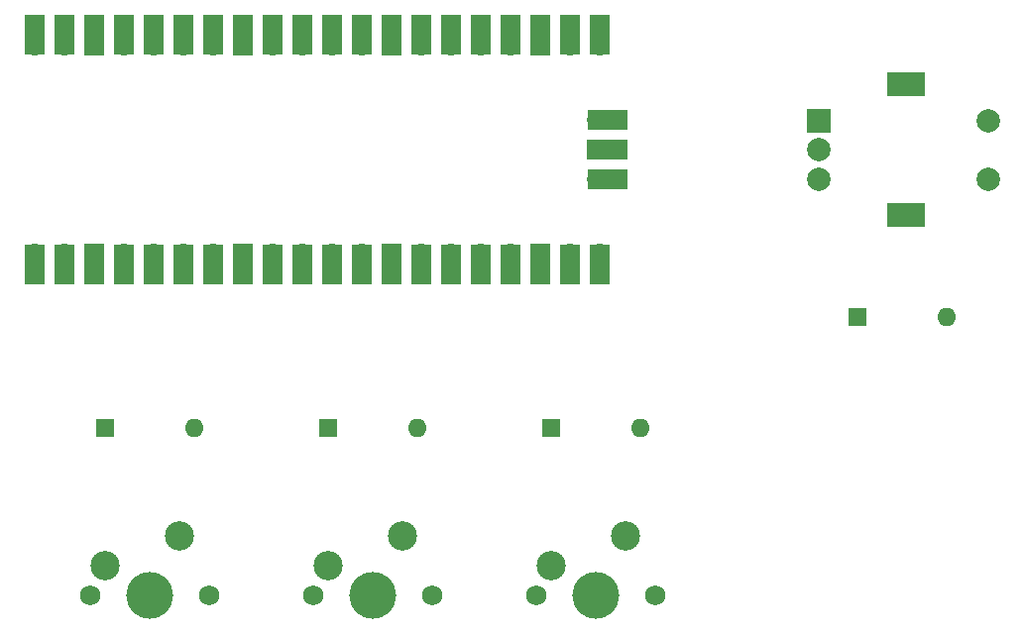
<source format=gbr>
%TF.GenerationSoftware,KiCad,Pcbnew,7.0.9*%
%TF.CreationDate,2024-01-23T15:09:08+05:30*%
%TF.ProjectId,3 Keypad,33204b65-7970-4616-942e-6b696361645f,rev?*%
%TF.SameCoordinates,Original*%
%TF.FileFunction,Soldermask,Top*%
%TF.FilePolarity,Negative*%
%FSLAX46Y46*%
G04 Gerber Fmt 4.6, Leading zero omitted, Abs format (unit mm)*
G04 Created by KiCad (PCBNEW 7.0.9) date 2024-01-23 15:09:08*
%MOMM*%
%LPD*%
G01*
G04 APERTURE LIST*
%ADD10R,2.000000X2.000000*%
%ADD11C,2.000000*%
%ADD12R,3.200000X2.000000*%
%ADD13R,1.600000X1.600000*%
%ADD14O,1.600000X1.600000*%
%ADD15C,1.750000*%
%ADD16C,4.000000*%
%ADD17C,2.500000*%
%ADD18O,1.700000X1.700000*%
%ADD19R,1.700000X3.500000*%
%ADD20R,1.700000X1.700000*%
%ADD21R,3.500000X1.700000*%
G04 APERTURE END LIST*
D10*
%TO.C,SW1*%
X193487873Y-66986268D03*
D11*
X193487873Y-71986268D03*
X193487873Y-69486268D03*
D12*
X200987873Y-63886268D03*
X200987873Y-75086268D03*
D11*
X207987873Y-71986268D03*
X207987873Y-66986268D03*
%TD*%
D13*
%TO.C,D2*%
X151577889Y-93298788D03*
D14*
X159197889Y-93298788D03*
%TD*%
D13*
%TO.C,D1*%
X132527873Y-93298788D03*
D14*
X140147873Y-93298788D03*
%TD*%
D13*
%TO.C,D4*%
X196821677Y-83773780D03*
D14*
X204441677Y-83773780D03*
%TD*%
D15*
%TO.C,S2*%
X150307873Y-107586268D03*
D16*
X155387873Y-107586268D03*
D15*
X160467873Y-107586268D03*
D17*
X151577873Y-105046268D03*
X157927873Y-102506268D03*
%TD*%
D15*
%TO.C,S3*%
X169357873Y-107586268D03*
D16*
X174437873Y-107586268D03*
D15*
X179517873Y-107586268D03*
D17*
X170627873Y-105046268D03*
X176977873Y-102506268D03*
%TD*%
D18*
%TO.C,U1*%
X126495373Y-78376268D03*
D19*
X126495373Y-79276268D03*
D18*
X129035373Y-78376268D03*
D19*
X129035373Y-79276268D03*
D20*
X131575373Y-78376268D03*
D19*
X131575373Y-79276268D03*
D18*
X134115373Y-78376268D03*
D19*
X134115373Y-79276268D03*
D18*
X136655373Y-78376268D03*
D19*
X136655373Y-79276268D03*
D18*
X139195373Y-78376268D03*
D19*
X139195373Y-79276268D03*
D18*
X141735373Y-78376268D03*
D19*
X141735373Y-79276268D03*
D20*
X144275373Y-78376268D03*
D19*
X144275373Y-79276268D03*
D18*
X146815373Y-78376268D03*
D19*
X146815373Y-79276268D03*
D18*
X149355373Y-78376268D03*
D19*
X149355373Y-79276268D03*
D18*
X151895373Y-78376268D03*
D19*
X151895373Y-79276268D03*
D18*
X154435373Y-78376268D03*
D19*
X154435373Y-79276268D03*
D20*
X156975373Y-78376268D03*
D19*
X156975373Y-79276268D03*
D18*
X159515373Y-78376268D03*
D19*
X159515373Y-79276268D03*
D18*
X162055373Y-78376268D03*
D19*
X162055373Y-79276268D03*
D18*
X164595373Y-78376268D03*
D19*
X164595373Y-79276268D03*
D18*
X167135373Y-78376268D03*
D19*
X167135373Y-79276268D03*
D20*
X169675373Y-78376268D03*
D19*
X169675373Y-79276268D03*
D18*
X172215373Y-78376268D03*
D19*
X172215373Y-79276268D03*
D18*
X174755373Y-78376268D03*
D19*
X174755373Y-79276268D03*
D18*
X174755373Y-60596268D03*
D19*
X174755373Y-59696268D03*
D18*
X172215373Y-60596268D03*
D19*
X172215373Y-59696268D03*
D20*
X169675373Y-60596268D03*
D19*
X169675373Y-59696268D03*
D18*
X167135373Y-60596268D03*
D19*
X167135373Y-59696268D03*
D18*
X164595373Y-60596268D03*
D19*
X164595373Y-59696268D03*
D18*
X162055373Y-60596268D03*
D19*
X162055373Y-59696268D03*
D18*
X159515373Y-60596268D03*
D19*
X159515373Y-59696268D03*
D20*
X156975373Y-60596268D03*
D19*
X156975373Y-59696268D03*
D18*
X154435373Y-60596268D03*
D19*
X154435373Y-59696268D03*
D18*
X151895373Y-60596268D03*
D19*
X151895373Y-59696268D03*
D18*
X149355373Y-60596268D03*
D19*
X149355373Y-59696268D03*
D18*
X146815373Y-60596268D03*
D19*
X146815373Y-59696268D03*
D20*
X144275373Y-60596268D03*
D19*
X144275373Y-59696268D03*
D18*
X141735373Y-60596268D03*
D19*
X141735373Y-59696268D03*
D18*
X139195373Y-60596268D03*
D19*
X139195373Y-59696268D03*
D18*
X136655373Y-60596268D03*
D19*
X136655373Y-59696268D03*
D18*
X134115373Y-60596268D03*
D19*
X134115373Y-59696268D03*
D20*
X131575373Y-60596268D03*
D19*
X131575373Y-59696268D03*
D18*
X129035373Y-60596268D03*
D19*
X129035373Y-59696268D03*
D18*
X126495373Y-60596268D03*
D19*
X126495373Y-59696268D03*
D18*
X174525373Y-72026268D03*
D21*
X175425373Y-72026268D03*
D20*
X174525373Y-69486268D03*
D21*
X175425373Y-69486268D03*
D18*
X174525373Y-66946268D03*
D21*
X175425373Y-66946268D03*
%TD*%
D15*
%TO.C,S1*%
X131257873Y-107586268D03*
D16*
X136337873Y-107586268D03*
D15*
X141417873Y-107586268D03*
D17*
X132527873Y-105046268D03*
X138877873Y-102506268D03*
%TD*%
D13*
%TO.C,D3*%
X170627905Y-93298788D03*
D14*
X178247905Y-93298788D03*
%TD*%
M02*

</source>
